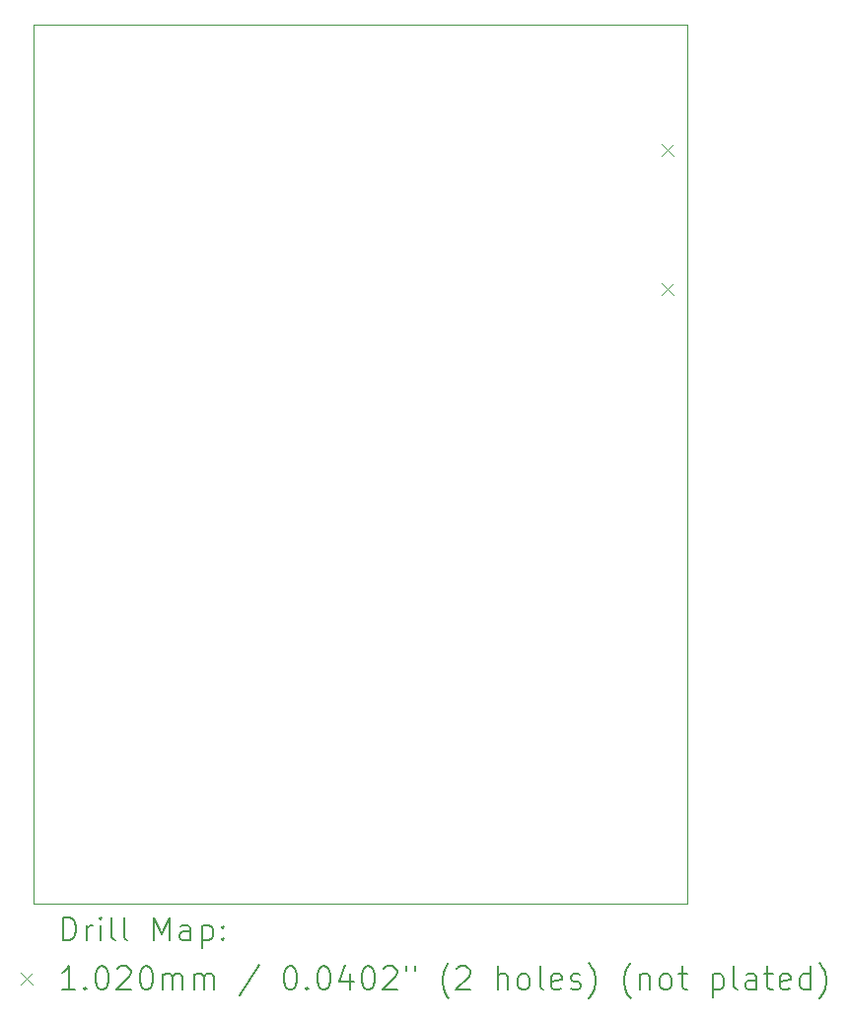
<source format=gbr>
%TF.GenerationSoftware,KiCad,Pcbnew,8.0.5*%
%TF.CreationDate,2025-02-22T21:21:14-05:00*%
%TF.ProjectId,TR3V3,54523356-332e-46b6-9963-61645f706362,rev?*%
%TF.SameCoordinates,Original*%
%TF.FileFunction,Drillmap*%
%TF.FilePolarity,Positive*%
%FSLAX45Y45*%
G04 Gerber Fmt 4.5, Leading zero omitted, Abs format (unit mm)*
G04 Created by KiCad (PCBNEW 8.0.5) date 2025-02-22 21:21:14*
%MOMM*%
%LPD*%
G01*
G04 APERTURE LIST*
%ADD10C,0.100000*%
%ADD11C,0.200000*%
%ADD12C,0.102000*%
G04 APERTURE END LIST*
D10*
X13924600Y-4851400D02*
X19539800Y-4851400D01*
X19539800Y-12398120D01*
X13924600Y-12398120D01*
X13924600Y-4851400D01*
D11*
D12*
X19324000Y-5874000D02*
X19426000Y-5976000D01*
X19426000Y-5874000D02*
X19324000Y-5976000D01*
X19324000Y-7074000D02*
X19426000Y-7176000D01*
X19426000Y-7074000D02*
X19324000Y-7176000D01*
D11*
X14180377Y-12714604D02*
X14180377Y-12514604D01*
X14180377Y-12514604D02*
X14227996Y-12514604D01*
X14227996Y-12514604D02*
X14256567Y-12524128D01*
X14256567Y-12524128D02*
X14275615Y-12543175D01*
X14275615Y-12543175D02*
X14285139Y-12562223D01*
X14285139Y-12562223D02*
X14294662Y-12600318D01*
X14294662Y-12600318D02*
X14294662Y-12628889D01*
X14294662Y-12628889D02*
X14285139Y-12666985D01*
X14285139Y-12666985D02*
X14275615Y-12686032D01*
X14275615Y-12686032D02*
X14256567Y-12705080D01*
X14256567Y-12705080D02*
X14227996Y-12714604D01*
X14227996Y-12714604D02*
X14180377Y-12714604D01*
X14380377Y-12714604D02*
X14380377Y-12581270D01*
X14380377Y-12619366D02*
X14389901Y-12600318D01*
X14389901Y-12600318D02*
X14399424Y-12590794D01*
X14399424Y-12590794D02*
X14418472Y-12581270D01*
X14418472Y-12581270D02*
X14437520Y-12581270D01*
X14504186Y-12714604D02*
X14504186Y-12581270D01*
X14504186Y-12514604D02*
X14494662Y-12524128D01*
X14494662Y-12524128D02*
X14504186Y-12533651D01*
X14504186Y-12533651D02*
X14513710Y-12524128D01*
X14513710Y-12524128D02*
X14504186Y-12514604D01*
X14504186Y-12514604D02*
X14504186Y-12533651D01*
X14627996Y-12714604D02*
X14608948Y-12705080D01*
X14608948Y-12705080D02*
X14599424Y-12686032D01*
X14599424Y-12686032D02*
X14599424Y-12514604D01*
X14732758Y-12714604D02*
X14713710Y-12705080D01*
X14713710Y-12705080D02*
X14704186Y-12686032D01*
X14704186Y-12686032D02*
X14704186Y-12514604D01*
X14961329Y-12714604D02*
X14961329Y-12514604D01*
X14961329Y-12514604D02*
X15027996Y-12657461D01*
X15027996Y-12657461D02*
X15094662Y-12514604D01*
X15094662Y-12514604D02*
X15094662Y-12714604D01*
X15275615Y-12714604D02*
X15275615Y-12609842D01*
X15275615Y-12609842D02*
X15266091Y-12590794D01*
X15266091Y-12590794D02*
X15247043Y-12581270D01*
X15247043Y-12581270D02*
X15208948Y-12581270D01*
X15208948Y-12581270D02*
X15189901Y-12590794D01*
X15275615Y-12705080D02*
X15256567Y-12714604D01*
X15256567Y-12714604D02*
X15208948Y-12714604D01*
X15208948Y-12714604D02*
X15189901Y-12705080D01*
X15189901Y-12705080D02*
X15180377Y-12686032D01*
X15180377Y-12686032D02*
X15180377Y-12666985D01*
X15180377Y-12666985D02*
X15189901Y-12647937D01*
X15189901Y-12647937D02*
X15208948Y-12638413D01*
X15208948Y-12638413D02*
X15256567Y-12638413D01*
X15256567Y-12638413D02*
X15275615Y-12628889D01*
X15370853Y-12581270D02*
X15370853Y-12781270D01*
X15370853Y-12590794D02*
X15389901Y-12581270D01*
X15389901Y-12581270D02*
X15427996Y-12581270D01*
X15427996Y-12581270D02*
X15447043Y-12590794D01*
X15447043Y-12590794D02*
X15456567Y-12600318D01*
X15456567Y-12600318D02*
X15466091Y-12619366D01*
X15466091Y-12619366D02*
X15466091Y-12676508D01*
X15466091Y-12676508D02*
X15456567Y-12695556D01*
X15456567Y-12695556D02*
X15447043Y-12705080D01*
X15447043Y-12705080D02*
X15427996Y-12714604D01*
X15427996Y-12714604D02*
X15389901Y-12714604D01*
X15389901Y-12714604D02*
X15370853Y-12705080D01*
X15551805Y-12695556D02*
X15561329Y-12705080D01*
X15561329Y-12705080D02*
X15551805Y-12714604D01*
X15551805Y-12714604D02*
X15542282Y-12705080D01*
X15542282Y-12705080D02*
X15551805Y-12695556D01*
X15551805Y-12695556D02*
X15551805Y-12714604D01*
X15551805Y-12590794D02*
X15561329Y-12600318D01*
X15561329Y-12600318D02*
X15551805Y-12609842D01*
X15551805Y-12609842D02*
X15542282Y-12600318D01*
X15542282Y-12600318D02*
X15551805Y-12590794D01*
X15551805Y-12590794D02*
X15551805Y-12609842D01*
D12*
X13817600Y-12992120D02*
X13919600Y-13094120D01*
X13919600Y-12992120D02*
X13817600Y-13094120D01*
D11*
X14285139Y-13134604D02*
X14170853Y-13134604D01*
X14227996Y-13134604D02*
X14227996Y-12934604D01*
X14227996Y-12934604D02*
X14208948Y-12963175D01*
X14208948Y-12963175D02*
X14189901Y-12982223D01*
X14189901Y-12982223D02*
X14170853Y-12991747D01*
X14370853Y-13115556D02*
X14380377Y-13125080D01*
X14380377Y-13125080D02*
X14370853Y-13134604D01*
X14370853Y-13134604D02*
X14361329Y-13125080D01*
X14361329Y-13125080D02*
X14370853Y-13115556D01*
X14370853Y-13115556D02*
X14370853Y-13134604D01*
X14504186Y-12934604D02*
X14523234Y-12934604D01*
X14523234Y-12934604D02*
X14542282Y-12944128D01*
X14542282Y-12944128D02*
X14551805Y-12953651D01*
X14551805Y-12953651D02*
X14561329Y-12972699D01*
X14561329Y-12972699D02*
X14570853Y-13010794D01*
X14570853Y-13010794D02*
X14570853Y-13058413D01*
X14570853Y-13058413D02*
X14561329Y-13096508D01*
X14561329Y-13096508D02*
X14551805Y-13115556D01*
X14551805Y-13115556D02*
X14542282Y-13125080D01*
X14542282Y-13125080D02*
X14523234Y-13134604D01*
X14523234Y-13134604D02*
X14504186Y-13134604D01*
X14504186Y-13134604D02*
X14485139Y-13125080D01*
X14485139Y-13125080D02*
X14475615Y-13115556D01*
X14475615Y-13115556D02*
X14466091Y-13096508D01*
X14466091Y-13096508D02*
X14456567Y-13058413D01*
X14456567Y-13058413D02*
X14456567Y-13010794D01*
X14456567Y-13010794D02*
X14466091Y-12972699D01*
X14466091Y-12972699D02*
X14475615Y-12953651D01*
X14475615Y-12953651D02*
X14485139Y-12944128D01*
X14485139Y-12944128D02*
X14504186Y-12934604D01*
X14647043Y-12953651D02*
X14656567Y-12944128D01*
X14656567Y-12944128D02*
X14675615Y-12934604D01*
X14675615Y-12934604D02*
X14723234Y-12934604D01*
X14723234Y-12934604D02*
X14742282Y-12944128D01*
X14742282Y-12944128D02*
X14751805Y-12953651D01*
X14751805Y-12953651D02*
X14761329Y-12972699D01*
X14761329Y-12972699D02*
X14761329Y-12991747D01*
X14761329Y-12991747D02*
X14751805Y-13020318D01*
X14751805Y-13020318D02*
X14637520Y-13134604D01*
X14637520Y-13134604D02*
X14761329Y-13134604D01*
X14885139Y-12934604D02*
X14904186Y-12934604D01*
X14904186Y-12934604D02*
X14923234Y-12944128D01*
X14923234Y-12944128D02*
X14932758Y-12953651D01*
X14932758Y-12953651D02*
X14942282Y-12972699D01*
X14942282Y-12972699D02*
X14951805Y-13010794D01*
X14951805Y-13010794D02*
X14951805Y-13058413D01*
X14951805Y-13058413D02*
X14942282Y-13096508D01*
X14942282Y-13096508D02*
X14932758Y-13115556D01*
X14932758Y-13115556D02*
X14923234Y-13125080D01*
X14923234Y-13125080D02*
X14904186Y-13134604D01*
X14904186Y-13134604D02*
X14885139Y-13134604D01*
X14885139Y-13134604D02*
X14866091Y-13125080D01*
X14866091Y-13125080D02*
X14856567Y-13115556D01*
X14856567Y-13115556D02*
X14847043Y-13096508D01*
X14847043Y-13096508D02*
X14837520Y-13058413D01*
X14837520Y-13058413D02*
X14837520Y-13010794D01*
X14837520Y-13010794D02*
X14847043Y-12972699D01*
X14847043Y-12972699D02*
X14856567Y-12953651D01*
X14856567Y-12953651D02*
X14866091Y-12944128D01*
X14866091Y-12944128D02*
X14885139Y-12934604D01*
X15037520Y-13134604D02*
X15037520Y-13001270D01*
X15037520Y-13020318D02*
X15047043Y-13010794D01*
X15047043Y-13010794D02*
X15066091Y-13001270D01*
X15066091Y-13001270D02*
X15094663Y-13001270D01*
X15094663Y-13001270D02*
X15113710Y-13010794D01*
X15113710Y-13010794D02*
X15123234Y-13029842D01*
X15123234Y-13029842D02*
X15123234Y-13134604D01*
X15123234Y-13029842D02*
X15132758Y-13010794D01*
X15132758Y-13010794D02*
X15151805Y-13001270D01*
X15151805Y-13001270D02*
X15180377Y-13001270D01*
X15180377Y-13001270D02*
X15199424Y-13010794D01*
X15199424Y-13010794D02*
X15208948Y-13029842D01*
X15208948Y-13029842D02*
X15208948Y-13134604D01*
X15304186Y-13134604D02*
X15304186Y-13001270D01*
X15304186Y-13020318D02*
X15313710Y-13010794D01*
X15313710Y-13010794D02*
X15332758Y-13001270D01*
X15332758Y-13001270D02*
X15361329Y-13001270D01*
X15361329Y-13001270D02*
X15380377Y-13010794D01*
X15380377Y-13010794D02*
X15389901Y-13029842D01*
X15389901Y-13029842D02*
X15389901Y-13134604D01*
X15389901Y-13029842D02*
X15399424Y-13010794D01*
X15399424Y-13010794D02*
X15418472Y-13001270D01*
X15418472Y-13001270D02*
X15447043Y-13001270D01*
X15447043Y-13001270D02*
X15466091Y-13010794D01*
X15466091Y-13010794D02*
X15475615Y-13029842D01*
X15475615Y-13029842D02*
X15475615Y-13134604D01*
X15866091Y-12925080D02*
X15694663Y-13182223D01*
X16123234Y-12934604D02*
X16142282Y-12934604D01*
X16142282Y-12934604D02*
X16161329Y-12944128D01*
X16161329Y-12944128D02*
X16170853Y-12953651D01*
X16170853Y-12953651D02*
X16180377Y-12972699D01*
X16180377Y-12972699D02*
X16189901Y-13010794D01*
X16189901Y-13010794D02*
X16189901Y-13058413D01*
X16189901Y-13058413D02*
X16180377Y-13096508D01*
X16180377Y-13096508D02*
X16170853Y-13115556D01*
X16170853Y-13115556D02*
X16161329Y-13125080D01*
X16161329Y-13125080D02*
X16142282Y-13134604D01*
X16142282Y-13134604D02*
X16123234Y-13134604D01*
X16123234Y-13134604D02*
X16104186Y-13125080D01*
X16104186Y-13125080D02*
X16094663Y-13115556D01*
X16094663Y-13115556D02*
X16085139Y-13096508D01*
X16085139Y-13096508D02*
X16075615Y-13058413D01*
X16075615Y-13058413D02*
X16075615Y-13010794D01*
X16075615Y-13010794D02*
X16085139Y-12972699D01*
X16085139Y-12972699D02*
X16094663Y-12953651D01*
X16094663Y-12953651D02*
X16104186Y-12944128D01*
X16104186Y-12944128D02*
X16123234Y-12934604D01*
X16275615Y-13115556D02*
X16285139Y-13125080D01*
X16285139Y-13125080D02*
X16275615Y-13134604D01*
X16275615Y-13134604D02*
X16266091Y-13125080D01*
X16266091Y-13125080D02*
X16275615Y-13115556D01*
X16275615Y-13115556D02*
X16275615Y-13134604D01*
X16408948Y-12934604D02*
X16427996Y-12934604D01*
X16427996Y-12934604D02*
X16447044Y-12944128D01*
X16447044Y-12944128D02*
X16456567Y-12953651D01*
X16456567Y-12953651D02*
X16466091Y-12972699D01*
X16466091Y-12972699D02*
X16475615Y-13010794D01*
X16475615Y-13010794D02*
X16475615Y-13058413D01*
X16475615Y-13058413D02*
X16466091Y-13096508D01*
X16466091Y-13096508D02*
X16456567Y-13115556D01*
X16456567Y-13115556D02*
X16447044Y-13125080D01*
X16447044Y-13125080D02*
X16427996Y-13134604D01*
X16427996Y-13134604D02*
X16408948Y-13134604D01*
X16408948Y-13134604D02*
X16389901Y-13125080D01*
X16389901Y-13125080D02*
X16380377Y-13115556D01*
X16380377Y-13115556D02*
X16370853Y-13096508D01*
X16370853Y-13096508D02*
X16361329Y-13058413D01*
X16361329Y-13058413D02*
X16361329Y-13010794D01*
X16361329Y-13010794D02*
X16370853Y-12972699D01*
X16370853Y-12972699D02*
X16380377Y-12953651D01*
X16380377Y-12953651D02*
X16389901Y-12944128D01*
X16389901Y-12944128D02*
X16408948Y-12934604D01*
X16647044Y-13001270D02*
X16647044Y-13134604D01*
X16599425Y-12925080D02*
X16551806Y-13067937D01*
X16551806Y-13067937D02*
X16675615Y-13067937D01*
X16789901Y-12934604D02*
X16808949Y-12934604D01*
X16808949Y-12934604D02*
X16827996Y-12944128D01*
X16827996Y-12944128D02*
X16837520Y-12953651D01*
X16837520Y-12953651D02*
X16847044Y-12972699D01*
X16847044Y-12972699D02*
X16856568Y-13010794D01*
X16856568Y-13010794D02*
X16856568Y-13058413D01*
X16856568Y-13058413D02*
X16847044Y-13096508D01*
X16847044Y-13096508D02*
X16837520Y-13115556D01*
X16837520Y-13115556D02*
X16827996Y-13125080D01*
X16827996Y-13125080D02*
X16808949Y-13134604D01*
X16808949Y-13134604D02*
X16789901Y-13134604D01*
X16789901Y-13134604D02*
X16770853Y-13125080D01*
X16770853Y-13125080D02*
X16761329Y-13115556D01*
X16761329Y-13115556D02*
X16751806Y-13096508D01*
X16751806Y-13096508D02*
X16742282Y-13058413D01*
X16742282Y-13058413D02*
X16742282Y-13010794D01*
X16742282Y-13010794D02*
X16751806Y-12972699D01*
X16751806Y-12972699D02*
X16761329Y-12953651D01*
X16761329Y-12953651D02*
X16770853Y-12944128D01*
X16770853Y-12944128D02*
X16789901Y-12934604D01*
X16932758Y-12953651D02*
X16942282Y-12944128D01*
X16942282Y-12944128D02*
X16961329Y-12934604D01*
X16961329Y-12934604D02*
X17008949Y-12934604D01*
X17008949Y-12934604D02*
X17027996Y-12944128D01*
X17027996Y-12944128D02*
X17037520Y-12953651D01*
X17037520Y-12953651D02*
X17047044Y-12972699D01*
X17047044Y-12972699D02*
X17047044Y-12991747D01*
X17047044Y-12991747D02*
X17037520Y-13020318D01*
X17037520Y-13020318D02*
X16923234Y-13134604D01*
X16923234Y-13134604D02*
X17047044Y-13134604D01*
X17123234Y-12934604D02*
X17123234Y-12972699D01*
X17199425Y-12934604D02*
X17199425Y-12972699D01*
X17494663Y-13210794D02*
X17485139Y-13201270D01*
X17485139Y-13201270D02*
X17466091Y-13172699D01*
X17466091Y-13172699D02*
X17456568Y-13153651D01*
X17456568Y-13153651D02*
X17447044Y-13125080D01*
X17447044Y-13125080D02*
X17437520Y-13077461D01*
X17437520Y-13077461D02*
X17437520Y-13039366D01*
X17437520Y-13039366D02*
X17447044Y-12991747D01*
X17447044Y-12991747D02*
X17456568Y-12963175D01*
X17456568Y-12963175D02*
X17466091Y-12944128D01*
X17466091Y-12944128D02*
X17485139Y-12915556D01*
X17485139Y-12915556D02*
X17494663Y-12906032D01*
X17561330Y-12953651D02*
X17570853Y-12944128D01*
X17570853Y-12944128D02*
X17589901Y-12934604D01*
X17589901Y-12934604D02*
X17637520Y-12934604D01*
X17637520Y-12934604D02*
X17656568Y-12944128D01*
X17656568Y-12944128D02*
X17666091Y-12953651D01*
X17666091Y-12953651D02*
X17675615Y-12972699D01*
X17675615Y-12972699D02*
X17675615Y-12991747D01*
X17675615Y-12991747D02*
X17666091Y-13020318D01*
X17666091Y-13020318D02*
X17551806Y-13134604D01*
X17551806Y-13134604D02*
X17675615Y-13134604D01*
X17913711Y-13134604D02*
X17913711Y-12934604D01*
X17999425Y-13134604D02*
X17999425Y-13029842D01*
X17999425Y-13029842D02*
X17989901Y-13010794D01*
X17989901Y-13010794D02*
X17970853Y-13001270D01*
X17970853Y-13001270D02*
X17942282Y-13001270D01*
X17942282Y-13001270D02*
X17923234Y-13010794D01*
X17923234Y-13010794D02*
X17913711Y-13020318D01*
X18123234Y-13134604D02*
X18104187Y-13125080D01*
X18104187Y-13125080D02*
X18094663Y-13115556D01*
X18094663Y-13115556D02*
X18085139Y-13096508D01*
X18085139Y-13096508D02*
X18085139Y-13039366D01*
X18085139Y-13039366D02*
X18094663Y-13020318D01*
X18094663Y-13020318D02*
X18104187Y-13010794D01*
X18104187Y-13010794D02*
X18123234Y-13001270D01*
X18123234Y-13001270D02*
X18151806Y-13001270D01*
X18151806Y-13001270D02*
X18170853Y-13010794D01*
X18170853Y-13010794D02*
X18180377Y-13020318D01*
X18180377Y-13020318D02*
X18189901Y-13039366D01*
X18189901Y-13039366D02*
X18189901Y-13096508D01*
X18189901Y-13096508D02*
X18180377Y-13115556D01*
X18180377Y-13115556D02*
X18170853Y-13125080D01*
X18170853Y-13125080D02*
X18151806Y-13134604D01*
X18151806Y-13134604D02*
X18123234Y-13134604D01*
X18304187Y-13134604D02*
X18285139Y-13125080D01*
X18285139Y-13125080D02*
X18275615Y-13106032D01*
X18275615Y-13106032D02*
X18275615Y-12934604D01*
X18456568Y-13125080D02*
X18437520Y-13134604D01*
X18437520Y-13134604D02*
X18399425Y-13134604D01*
X18399425Y-13134604D02*
X18380377Y-13125080D01*
X18380377Y-13125080D02*
X18370853Y-13106032D01*
X18370853Y-13106032D02*
X18370853Y-13029842D01*
X18370853Y-13029842D02*
X18380377Y-13010794D01*
X18380377Y-13010794D02*
X18399425Y-13001270D01*
X18399425Y-13001270D02*
X18437520Y-13001270D01*
X18437520Y-13001270D02*
X18456568Y-13010794D01*
X18456568Y-13010794D02*
X18466092Y-13029842D01*
X18466092Y-13029842D02*
X18466092Y-13048889D01*
X18466092Y-13048889D02*
X18370853Y-13067937D01*
X18542282Y-13125080D02*
X18561330Y-13134604D01*
X18561330Y-13134604D02*
X18599425Y-13134604D01*
X18599425Y-13134604D02*
X18618473Y-13125080D01*
X18618473Y-13125080D02*
X18627996Y-13106032D01*
X18627996Y-13106032D02*
X18627996Y-13096508D01*
X18627996Y-13096508D02*
X18618473Y-13077461D01*
X18618473Y-13077461D02*
X18599425Y-13067937D01*
X18599425Y-13067937D02*
X18570853Y-13067937D01*
X18570853Y-13067937D02*
X18551806Y-13058413D01*
X18551806Y-13058413D02*
X18542282Y-13039366D01*
X18542282Y-13039366D02*
X18542282Y-13029842D01*
X18542282Y-13029842D02*
X18551806Y-13010794D01*
X18551806Y-13010794D02*
X18570853Y-13001270D01*
X18570853Y-13001270D02*
X18599425Y-13001270D01*
X18599425Y-13001270D02*
X18618473Y-13010794D01*
X18694663Y-13210794D02*
X18704187Y-13201270D01*
X18704187Y-13201270D02*
X18723234Y-13172699D01*
X18723234Y-13172699D02*
X18732758Y-13153651D01*
X18732758Y-13153651D02*
X18742282Y-13125080D01*
X18742282Y-13125080D02*
X18751806Y-13077461D01*
X18751806Y-13077461D02*
X18751806Y-13039366D01*
X18751806Y-13039366D02*
X18742282Y-12991747D01*
X18742282Y-12991747D02*
X18732758Y-12963175D01*
X18732758Y-12963175D02*
X18723234Y-12944128D01*
X18723234Y-12944128D02*
X18704187Y-12915556D01*
X18704187Y-12915556D02*
X18694663Y-12906032D01*
X19056568Y-13210794D02*
X19047044Y-13201270D01*
X19047044Y-13201270D02*
X19027996Y-13172699D01*
X19027996Y-13172699D02*
X19018473Y-13153651D01*
X19018473Y-13153651D02*
X19008949Y-13125080D01*
X19008949Y-13125080D02*
X18999425Y-13077461D01*
X18999425Y-13077461D02*
X18999425Y-13039366D01*
X18999425Y-13039366D02*
X19008949Y-12991747D01*
X19008949Y-12991747D02*
X19018473Y-12963175D01*
X19018473Y-12963175D02*
X19027996Y-12944128D01*
X19027996Y-12944128D02*
X19047044Y-12915556D01*
X19047044Y-12915556D02*
X19056568Y-12906032D01*
X19132758Y-13001270D02*
X19132758Y-13134604D01*
X19132758Y-13020318D02*
X19142282Y-13010794D01*
X19142282Y-13010794D02*
X19161330Y-13001270D01*
X19161330Y-13001270D02*
X19189901Y-13001270D01*
X19189901Y-13001270D02*
X19208949Y-13010794D01*
X19208949Y-13010794D02*
X19218473Y-13029842D01*
X19218473Y-13029842D02*
X19218473Y-13134604D01*
X19342282Y-13134604D02*
X19323234Y-13125080D01*
X19323234Y-13125080D02*
X19313711Y-13115556D01*
X19313711Y-13115556D02*
X19304187Y-13096508D01*
X19304187Y-13096508D02*
X19304187Y-13039366D01*
X19304187Y-13039366D02*
X19313711Y-13020318D01*
X19313711Y-13020318D02*
X19323234Y-13010794D01*
X19323234Y-13010794D02*
X19342282Y-13001270D01*
X19342282Y-13001270D02*
X19370854Y-13001270D01*
X19370854Y-13001270D02*
X19389901Y-13010794D01*
X19389901Y-13010794D02*
X19399425Y-13020318D01*
X19399425Y-13020318D02*
X19408949Y-13039366D01*
X19408949Y-13039366D02*
X19408949Y-13096508D01*
X19408949Y-13096508D02*
X19399425Y-13115556D01*
X19399425Y-13115556D02*
X19389901Y-13125080D01*
X19389901Y-13125080D02*
X19370854Y-13134604D01*
X19370854Y-13134604D02*
X19342282Y-13134604D01*
X19466092Y-13001270D02*
X19542282Y-13001270D01*
X19494663Y-12934604D02*
X19494663Y-13106032D01*
X19494663Y-13106032D02*
X19504187Y-13125080D01*
X19504187Y-13125080D02*
X19523234Y-13134604D01*
X19523234Y-13134604D02*
X19542282Y-13134604D01*
X19761330Y-13001270D02*
X19761330Y-13201270D01*
X19761330Y-13010794D02*
X19780377Y-13001270D01*
X19780377Y-13001270D02*
X19818473Y-13001270D01*
X19818473Y-13001270D02*
X19837520Y-13010794D01*
X19837520Y-13010794D02*
X19847044Y-13020318D01*
X19847044Y-13020318D02*
X19856568Y-13039366D01*
X19856568Y-13039366D02*
X19856568Y-13096508D01*
X19856568Y-13096508D02*
X19847044Y-13115556D01*
X19847044Y-13115556D02*
X19837520Y-13125080D01*
X19837520Y-13125080D02*
X19818473Y-13134604D01*
X19818473Y-13134604D02*
X19780377Y-13134604D01*
X19780377Y-13134604D02*
X19761330Y-13125080D01*
X19970854Y-13134604D02*
X19951806Y-13125080D01*
X19951806Y-13125080D02*
X19942282Y-13106032D01*
X19942282Y-13106032D02*
X19942282Y-12934604D01*
X20132758Y-13134604D02*
X20132758Y-13029842D01*
X20132758Y-13029842D02*
X20123235Y-13010794D01*
X20123235Y-13010794D02*
X20104187Y-13001270D01*
X20104187Y-13001270D02*
X20066092Y-13001270D01*
X20066092Y-13001270D02*
X20047044Y-13010794D01*
X20132758Y-13125080D02*
X20113711Y-13134604D01*
X20113711Y-13134604D02*
X20066092Y-13134604D01*
X20066092Y-13134604D02*
X20047044Y-13125080D01*
X20047044Y-13125080D02*
X20037520Y-13106032D01*
X20037520Y-13106032D02*
X20037520Y-13086985D01*
X20037520Y-13086985D02*
X20047044Y-13067937D01*
X20047044Y-13067937D02*
X20066092Y-13058413D01*
X20066092Y-13058413D02*
X20113711Y-13058413D01*
X20113711Y-13058413D02*
X20132758Y-13048889D01*
X20199425Y-13001270D02*
X20275615Y-13001270D01*
X20227996Y-12934604D02*
X20227996Y-13106032D01*
X20227996Y-13106032D02*
X20237520Y-13125080D01*
X20237520Y-13125080D02*
X20256568Y-13134604D01*
X20256568Y-13134604D02*
X20275615Y-13134604D01*
X20418473Y-13125080D02*
X20399425Y-13134604D01*
X20399425Y-13134604D02*
X20361330Y-13134604D01*
X20361330Y-13134604D02*
X20342282Y-13125080D01*
X20342282Y-13125080D02*
X20332758Y-13106032D01*
X20332758Y-13106032D02*
X20332758Y-13029842D01*
X20332758Y-13029842D02*
X20342282Y-13010794D01*
X20342282Y-13010794D02*
X20361330Y-13001270D01*
X20361330Y-13001270D02*
X20399425Y-13001270D01*
X20399425Y-13001270D02*
X20418473Y-13010794D01*
X20418473Y-13010794D02*
X20427996Y-13029842D01*
X20427996Y-13029842D02*
X20427996Y-13048889D01*
X20427996Y-13048889D02*
X20332758Y-13067937D01*
X20599425Y-13134604D02*
X20599425Y-12934604D01*
X20599425Y-13125080D02*
X20580377Y-13134604D01*
X20580377Y-13134604D02*
X20542282Y-13134604D01*
X20542282Y-13134604D02*
X20523235Y-13125080D01*
X20523235Y-13125080D02*
X20513711Y-13115556D01*
X20513711Y-13115556D02*
X20504187Y-13096508D01*
X20504187Y-13096508D02*
X20504187Y-13039366D01*
X20504187Y-13039366D02*
X20513711Y-13020318D01*
X20513711Y-13020318D02*
X20523235Y-13010794D01*
X20523235Y-13010794D02*
X20542282Y-13001270D01*
X20542282Y-13001270D02*
X20580377Y-13001270D01*
X20580377Y-13001270D02*
X20599425Y-13010794D01*
X20675616Y-13210794D02*
X20685139Y-13201270D01*
X20685139Y-13201270D02*
X20704187Y-13172699D01*
X20704187Y-13172699D02*
X20713711Y-13153651D01*
X20713711Y-13153651D02*
X20723235Y-13125080D01*
X20723235Y-13125080D02*
X20732758Y-13077461D01*
X20732758Y-13077461D02*
X20732758Y-13039366D01*
X20732758Y-13039366D02*
X20723235Y-12991747D01*
X20723235Y-12991747D02*
X20713711Y-12963175D01*
X20713711Y-12963175D02*
X20704187Y-12944128D01*
X20704187Y-12944128D02*
X20685139Y-12915556D01*
X20685139Y-12915556D02*
X20675616Y-12906032D01*
M02*

</source>
